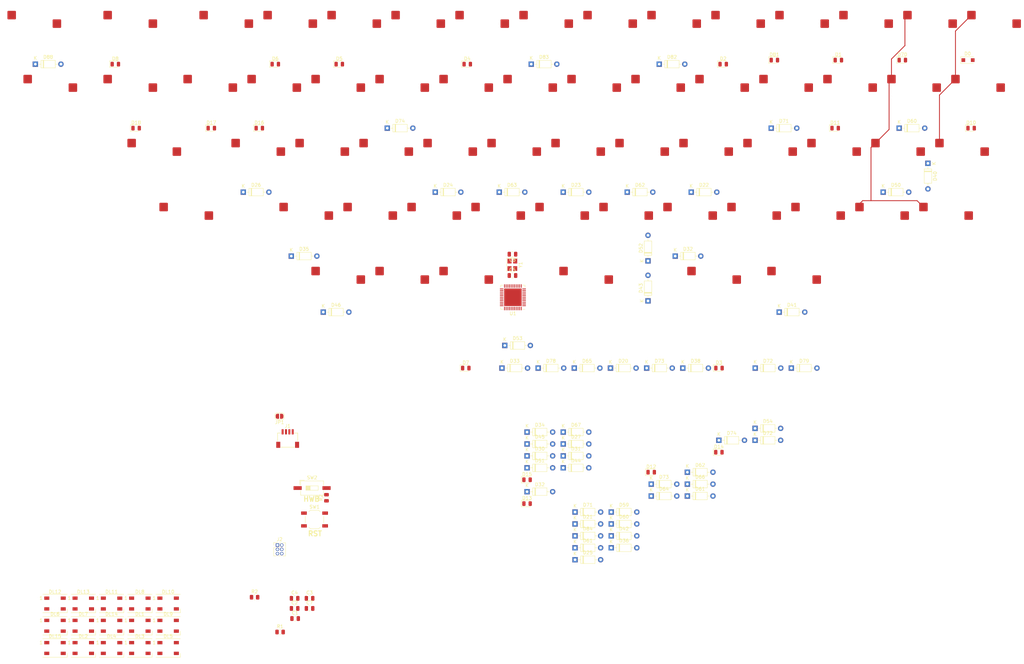
<source format=kicad_pcb>
(kicad_pcb (version 20211014) (generator pcbnew)
  (layers (0 "F.Cu" signal) (31 "B.Cu" signal) (34 "B.Paste" user) (35 "F.Paste" user) (36 "B.SilkS" user "B.Silkscreen") (37 "F.SilkS" user "F.Silkscreen") (38 "B.Mask" user) (39 "F.Mask" user) (44 "Edge.Cuts" user))
  (net 0 "")
  (net 2 "+5V")
  (net 3 "DP")
  (net 4 "GND")
  (net 5 "XTAL2")
  (net 6 "XTAL1")
  (net 7 "Net-(C7-Pad1)")
  (net 9 "RST")
  (net 10 "SCK")
  (net 12 "MOSI")
  (net 13 "MISO")
  (net 34 "DN")
  (net 35 "Net-(R2-Pad2)")
  (net 36 "Net-(SW2-Pad1)")
  (net 37 "ROW0")
  (net 38 "Net-(D1-Pad2)")
  (net 39 "ROW1")
  (net 40 "Net-(D0-Pad2)")
  (net 41 "Net-(D2-Pad2)")
  (net 42 "COL0")
  (net 43 "COL1")
  (net 44 "Net-(DL1-Pad2)")
  (net 45 "RGB")
  (net 46 "Net-(DL2-Pad2)")
  (net 47 "Net-(DL3-Pad2)")
  (net 48 "Net-(DL4-Pad2)")
  (net 49 "Net-(DL5-Pad2)")
  (net 50 "Net-(DL6-Pad2)")
  (net 51 "Net-(DL7-Pad2)")
  (net 52 "Net-(DL8-Pad2)")
  (net 53 "Net-(DL10-Pad4)")
  (net 54 "Net-(DL10-Pad2)")
  (net 55 "Net-(DL11-Pad2)")
  (net 56 "Net-(DL12-Pad2)")
  (net 57 "Net-(DL13-Pad2)")
  (net 58 "Net-(DL14-Pad2)")
  (net 60 "LED_PWR_P")
  (net 61 "Net-(D4-Pad2)")
  (net 62 "Net-(D5-Pad2)")
  (net 63 "Net-(D6-Pad2)")
  (net 64 "Net-(D8-Pad2)")
  (net 65 "ROW3")
  (net 66 "Net-(D12-Pad2)")
  (net 67 "Net-(D10-Pad2)")
  (net 68 "Net-(D11-Pad2)")
  (net 69 "ROW4")
  (net 70 "ROW2")
  (net 71 "Net-(D13-Pad2)")
  (net 72 "Net-(D14-Pad2)")
  (net 73 "Net-(D15-Pad2)")
  (net 74 "Net-(D16-Pad2)")
  (net 75 "Net-(D17-Pad2)")
  (net 76 "Net-(D18-Pad2)")
  (net 77 "Net-(D20-Pad2)")
  (net 78 "Net-(D21-Pad2)")
  (net 79 "ROW5")
  (net 80 "ROW6")
  (net 81 "ROW7")
  (net 82 "ROW8")
  (net 83 "Net-(D32-Pad2)")
  (net 84 "Net-(D22-Pad2)")
  (net 85 "Net-(D23-Pad2)")
  (net 86 "Net-(D40-Pad2)")
  (net 87 "Net-(D41-Pad2)")
  (net 88 "Net-(D42-Pad2)")
  (net 89 "Net-(D43-Pad2)")
  (net 90 "Net-(D44-Pad2)")
  (net 91 "Net-(D24-Pad2)")
  (net 92 "Net-(D46-Pad2)")
  (net 93 "Net-(D50-Pad2)")
  (net 94 "Net-(D25-Pad2)")
  (net 95 "Net-(D52-Pad2)")
  (net 96 "Net-(D53-Pad2)")
  (net 97 "Net-(D54-Pad2)")
  (net 98 "Net-(D26-Pad2)")
  (net 99 "Net-(D59-Pad2)")
  (net 100 "Net-(D60-Pad2)")
  (net 101 "Net-(D61-Pad2)")
  (net 102 "Net-(D62-Pad2)")
  (net 103 "Net-(D27-Pad2)")
  (net 104 "Net-(D64-Pad2)")
  (net 105 "Net-(D65-Pad2)")
  (net 106 "Net-(D66-Pad2)")
  (net 107 "Net-(D67-Pad2)")
  (net 108 "Net-(D70-Pad2)")
  (net 109 "Net-(D71-Pad2)")
  (net 110 "Net-(D72-Pad2)")
  (net 111 "Net-(D73-Pad2)")
  (net 112 "Net-(D74-Pad2)")
  (net 113 "Net-(D30-Pad2)")
  (net 114 "Net-(D78-Pad2)")
  (net 115 "Net-(D79-Pad2)")
  (net 116 "COL2")
  (net 117 "COL3")
  (net 118 "COL4")
  (net 119 "COL5")
  (net 120 "COL6")
  (net 121 "COL7")
  (net 122 "COL8")
  (net 123 "Net-(D45-Pad2)")
  (net 124 "Net-(D51-Pad2)")
  (net 125 "Net-(D63-Pad2)")
  (net 126 "Net-(D81-Pad2)")
  (net 127 "Net-(D82-Pad2)")
  (net 128 "Net-(D83-Pad2)")
  (net 129 "Net-(D84-Pad2)")
  (net 130 "Net-(D88-Pad2)")
  (net 131 "Net-(D3-Pad2)")
  (net 132 "Net-(D7-Pad2)")
  (net 133 "Net-(D31-Pad2)")
  (net 134 "Net-(D33-Pad2)")
  (net 135 "Net-(D34-Pad2)")
  (net 136 "Net-(D35-Pad2)")
  (net 137 "Net-(D36-Pad2)")
  (net 138 "Net-(D38-Pad2)")
  (footprint "Diode_SMD:D_0805_2012Metric" (layer "F.Cu") (at 177.165 42.8625)
    (fp_text reference "D5")
    (fp_text value "1N4148")
  )
  (footprint "acheron:MX200H" (layer "F.Cu") (at 114.3 33.3375)
    (fp_text reference "K8")
    (fp_text value "2u")
  )
  (footprint "Diode_THT:D_DO-35_SOD27_P7.62mm_Horizontal" (layer "F.Cu") (at 86.6775 42.8625)
    (fp_text reference "D88")
    (fp_text value "1N4148")
  )
  (footprint "Jumper:SolderJumper-2_P1.3mm_Open_RoundedPad1.0x1.5mm" (layer "F.Cu") (at 159.385 147.701 180)
    (fp_text reference "JP1")
    (fp_text value "LED_PWR")
  )
  (footprint "acheron:MX100H" (layer "F.Cu") (at 285.75 71.4375)
    (fp_text reference "K22")
    (fp_text value "1u")
  )
  (footprint "Diode_THT:D_DO-35_SOD27_P7.62mm_Horizontal" (layer "F.Cu") (at 258.1275 176.2125)
    (fp_text reference "D59")
    (fp_text value "1N4148")
  )
  (footprint "Diode_SMD:D_0805_2012Metric" (layer "F.Cu") (at 324.8025 61.9125)
    (fp_text reference "D11")
    (fp_text value "1N4148")
  )
  (footprint "acheron:MX100H" (layer "F.Cu") (at 352.425 33.3375)
    (fp_text reference "K70")
    (fp_text value "1u")
  )
  (footprint "acheron:MX100H" (layer "F.Cu") (at 276.225 33.3375)
    (fp_text reference "K82")
    (fp_text value "1u")
  )
  (footprint "Diode_THT:D_DO-35_SOD27_P7.62mm_Horizontal" (layer "F.Cu") (at 243.84 159.5)
    (fp_text reference "D31")
    (fp_text value "1N4148")
  )
  (footprint "Diode_THT:D_DO-35_SOD27_P7.62mm_Horizontal" (layer "F.Cu") (at 258.1275 179.7625)
    (fp_text reference "D60")
    (fp_text value "1N4148")
  )
  (footprint "acheron:MX125H" (layer "F.Cu") (at 311.94375 109.5375)
    (fp_text reference "K41")
    (fp_text value "1.25u")
  )
  (footprint "acheron:MX100H" (layer "F.Cu") (at 142.875 33.3375)
    (fp_text reference "K7")
    (fp_text value "1u")
  )
  (footprint "acheron:MX100H" (layer "F.Cu") (at 228.6 71.4375)
    (fp_text reference "K63")
    (fp_text value "1u")
  )
  (footprint "Diode_THT:D_DO-35_SOD27_P7.62mm_Horizontal" (layer "F.Cu") (at 308.13375 116.68125)
    (fp_text reference "D41")
    (fp_text value "1N4148")
  )
  (footprint "Diode_SMD:D_0805_2012Metric" (layer "F.Cu") (at 290.22 133.35)
    (fp_text reference "D3")
    (fp_text value "1N4148")
  )
  (footprint "Diode_THT:D_DO-35_SOD27_P7.62mm_Horizontal" (layer "F.Cu") (at 290.18375 154.85)
    (fp_text reference "D74")
    (fp_text value "1N4148")
  )
  (footprint "Diode_SMD:D_0805_2012Metric" (layer "F.Cu") (at 291.465 42.8625)
    (fp_text reference "D2")
    (fp_text value "1N4148")
  )
  (footprint "LED_SMD:LED_WS2812B_PLCC4_5.0x5.0mm_P3.2mm" (layer "F.Cu") (at 109.36625 210.07375)
    (fp_text reference "DL14")
    (fp_text value "WS2812B")
  )
  (footprint "LED_SMD:LED_WS2812B_PLCC4_5.0x5.0mm_P3.2mm" (layer "F.Cu") (at 117.78625 210.07375)
    (fp_text reference "DL1")
    (fp_text value "WS2812B")
  )
  (footprint "Diode_THT:D_DO-35_SOD27_P7.62mm_Horizontal" (layer "F.Cu") (at 226.441 126.619)
    (fp_text reference "D53")
    (fp_text value "1N4148")
  )
  (footprint "Diode_THT:D_DO-35_SOD27_P7.62mm_Horizontal" (layer "F.Cu") (at 243.84 163.05)
    (fp_text reference "D44")
    (fp_text value "1N4148")
  )
  (footprint "Diode_THT:D_DO-35_SOD27_P7.62mm_Horizontal" (layer "F.Cu") (at 300.95375 151.3)
    (fp_text reference "D54")
    (fp_text value "1N4148")
  )
  (footprint "Diode_SMD:D_0805_2012Metric" (layer "F.Cu") (at 153.3525 61.9125)
    (fp_text reference "D16")
    (fp_text value "1N4148")
  )
  (footprint "Diode_SMD:D_0805_2012Metric" (layer "F.Cu") (at 290.18375 158.4)
    (fp_text reference "D14")
    (fp_text value "1N4148")
  )
  (footprint "Resistor_SMD:R_0805_2012Metric" (layer "F.Cu") (at 151.94875 201.57125)
    (fp_text reference "R2")
    (fp_text value "1k")
  )
  (footprint "Diode_THT:D_DO-35_SOD27_P7.62mm_Horizontal" (layer "F.Cu") (at 257.91 133.35)
    (fp_text reference "D20")
    (fp_text value "1N4148")
  )
  (footprint "Diode_THT:D_DO-35_SOD27_P7.62mm_Horizontal" (layer "F.Cu") (at 280.80375 164.35)
    (fp_text reference "D62")
    (fp_text value "1N4148")
  )
  (footprint "acheron:MX100H" (layer "F.Cu") (at 280.9875 90.4875)
    (fp_text reference "K32")
    (fp_text value "1u")
  )
  (footprint "Diode_THT:D_DO-35_SOD27_P7.62mm_Horizontal" (layer "F.Cu") (at 233.07 159.5)
    (fp_text reference "D30")
    (fp_text value "1N4148")
  )
  (footprint "Capacitor_SMD:C_0805_2012Metric" (layer "F.Cu") (at 168.31375 201.90125)
    (fp_text reference "C3")
    (fp_text value "0.1u")
  )
  (footprint "acheron:MX100H" (layer "F.Cu") (at 366.7125 52.3875)
    (fp_text reference "K10")
    (fp_text value "1u")
  )
  (footprint "acheron:MX100H" (layer "F.Cu") (at 328.6125 52.3875)
    (fp_text reference "K11")
    (fp_text value "1u")
  )
  (footprint "acheron:MX225H" (layer "F.Cu") (at 121.44375 71.4375)
    (fp_text reference "K27")
    (fp_text value "2.25u")
  )
  (footprint "Diode_SMD:D_0805_2012Metric" (layer "F.Cu") (at 215.265 42.8625)
    (fp_text reference "D4")
    (fp_text value "1N4148")
  )
  (footprint "LED_SMD:LED_WS2812B_PLCC4_5.0x5.0mm_P3.2mm" (layer "F.Cu") (at 117.78625 216.69375)
    (fp_text reference "DL3")
    (fp_text value "WS2812B")
  )
  (footprint "acheron:MX125H" (layer "F.Cu") (at 288.13125 109.5375)
    (fp_text reference "K42")
    (fp_text value "1.25u")
  )
  (footprint "acheron:MX100H" (layer "F.Cu") (at 195.2625 109.5375)
    (fp_text reference "K45")
    (fp_text value "1u")
  )
  (footprint "acheron:MX100H" (layer "F.Cu") (at 290.5125 52.3875)
    (fp_text reference "K12")
    (fp_text value "1u")
  )
  (footprint "acheron:MX100H" (layer "F.Cu") (at 271.4625 52.3875)
    (fp_text reference "K72")
    (fp_text value "1u")
  )
  (footprint "Diode_SMD:D_0805_2012Metric" (layer "F.Cu") (at 306.705 41.656)
    (fp_text reference "D81")
    (fp_text value "1N4148")
  )
  (footprint "Diode_SMD:D_0805_2012Metric" (layer "F.Cu") (at 365.28375 61.9125)
    (fp_text reference "D10")
    (fp_text value "1N4148")
  )
  (footprint "Diode_THT:D_DO-35_SOD27_P7.62mm_Horizontal" (layer "F.Cu") (at 243.84 152.4)
    (fp_text reference "D67")
    (fp_text value "1N4148")
  )
  (footprint "acheron:MX100H" (layer "F.Cu") (at 204.7875 90.4875)
    (fp_text reference "K34")
    (fp_text value "1u")
  )
  (footprint "Diode_THT:D_DO-35_SOD27_P7.62mm_Horizontal" (layer "F.Cu") (at 339.09 80.9625)
    (fp_text reference "D50")
    (fp_text value "1N4148")
  )
  (footprint "Diode_THT:D_DO-35_SOD27_P7.62mm_Horizontal" (layer "F.Cu") (at 162.8775 100.0125)
    (fp_text reference "D35")
    (fp_text value "1N4148")
  )
  (footprint "Diode_THT:D_DO-35_SOD27_P7.62mm_Horizontal" (layer "F.Cu") (at 300.99 133.35)
    (fp_text reference "D72")
    (fp_text value "1N4148")
  )
  (footprint "Diode_THT:D_DO-35_SOD27_P7.62mm_Horizontal" (layer "F.Cu") (at 279.45 133.35)
    (fp_text reference "D38")
    (fp_text value "1N4148")
  )
  (footprint "acheron:MX100H" (layer "F.Cu") (at 252.4125 52.3875)
    (fp_text reference "K13")
    (fp_text value "1u")
  )
  (footprint "Diode_THT:D_DO-35_SOD27_P7.62mm_Horizontal" (layer "F.Cu") (at 352.425 72.39 -90)
    (fp_text reference "D40")
    (fp_text value "1N4148")
  )
  (footprint "Diode_SMD:D_0805_2012Metric" (layer "F.Cu") (at 158.115 42.8625)
    (fp_text reference "D6")
    (fp_text value "1N4148")
  )
  (footprint "random-keyboard-parts:JST-SR-4" (layer "F.Cu") (at 161.798 157.099)
    (fp_text reference "J1")
    (fp_text value "Conn_01x04")
  )
  (footprint "acheron:MX100H" (layer "F.Cu") (at 233.3625 52.3875)
    (fp_text reference "K73")
    (fp_text value "1u")
  )
  (footprint "acheron:MX100H" (layer "F.Cu") (at 314.325 33.3375)
    (fp_text reference "K81")
    (fp_text value "1u")
  )
  (footprint "acheron:MX100H" (layer "F.Cu") (at 195.2625 52.3875)
    (fp_text reference "K74")
    (fp_text value "1u")
  )
  (footprint "acheron:MX100H" (layer "F.Cu") (at 338.1375 90.4875)
    (fp_text reference "K40")
    (fp_text value "1u")
  )
  (footprint "acheron:MX100H" (layer "F.Cu") (at 261.9375 90.4875)
    (fp_text reference "K52")
    (fp_text value "1u")
  )
  (footprint "acheron:MX100H" (layer "F.Cu") (at 157.1625 52.3875)
    (fp_text reference "K16")
    (fp_text value "1u")
  )
  (footprint "acheron:MX100H" (layer "F.Cu") (at 347.6625 52.3875)
    (fp_text reference "K60")
    (fp_text value "1u")
  )
  (footprint "Diode_THT:D_DO-35_SOD27_P7.62mm_Horizontal" (layer "F.Cu") (at 247.3575 190.4125)
    (fp_text reference "D25")
    (fp_text value "1N4148")
  )
  (footprint "Diode_THT:D_DO-35_SOD27_P7.62mm_Horizontal" (layer "F.Cu") (at 272.415 42.8625)
    (fp_text reference "D82")
    (fp_text value "1N4148")
  )
  (footprint "Diode_SMD:D_0805_2012Metric" (layer "F.Cu") (at 110.49 42.8625)
    (fp_text reference "D8")
    (fp_text value "1N4148")
  )
  (footprint "LED_SMD:LED_WS2812B_PLCC4_5.0x5.0mm_P3.2mm" (layer "F.Cu") (at 92.52625 216.69375)
    (fp_text reference "DL15")
    (fp_text value "WS2812B")
  )
  (footprint "Diode_SMD:D_0805_2012Metric" (layer "F.Cu") (at 116.68125 61.9125)
    (fp_text reference "D18")
    (fp_text value "1N4148")
  )
  (footprint "acheron:MX100H" (layer "F.Cu") (at 247.65 71.4375)
    (fp_text reference "K23")
    (fp_text value "1u")
  )
  (footprint "Diode_THT:D_DO-35_SOD27_P7.62mm_Horizontal" (layer "F.Cu") (at 233.07 152.4)
    (fp_text reference "D34")
    (fp_text value "1N4148")
  )
  (footprint "LED_SMD:LED_WS2812B_PLCC4_5.0x5.0mm_P3.2mm" (layer "F.Cu") (at 92.52625 203.45375)
    (fp_text reference "DL12")
    (fp_text value "WS2812B")
  )
  (footprint "LED_SMD:LED_WS2812B_PLCC4_5.0x5.0mm_P3.2mm" (layer "F.Cu") (at 100.94625 216.69375)
    (fp_text reference "DL2")
    (fp_text value "WS2812B")
  )
  (footprint "acheron:MX100H" (layer "F.Cu") (at 209.55 71.4375)
    (fp_text reference "K24")
    (fp_text value "1u")
  )
  (footprint "acheron:MX275HR" (layer "F.Cu") (at 250.03125 109.5375)
    (fp_text reference "K43")
    (fp_text value "2.75u")
  )
  (footprint "acheron:MX100H" (layer "F.Cu") (at 257.175 33.3375)
    (fp_text reference "K3")
    (fp_text value "1u")
  )
  (footprint "Capacitor_SMD:C_0805_2012Metric" (layer "F.Cu") (at 163.86375 201.90125)
    (fp_text reference "C4")
    (fp_text value "10u")
  )
  (footprint "Diode_THT:D_DO-35_SOD27_P7.62mm_Horizontal" (layer "F.Cu") (at 234.315 42.8625)
    (fp_text reference "D83")
    (fp_text value "1N4148")
  )
  (footprint "Diode_SMD:D_SOD-123F" (layer "F.Cu") (at 364.363 41.656)
    (fp_text reference "D0")
    (fp_text value "1N4148")
  )
  (footprint "acheron:MX100H" (layer "F.Cu") (at 238.125 33.3375)
    (fp_text reference "K83")
    (fp_text value "1u")
  )
  (footprint "LED_SMD:LED_WS2812B_PLCC4_5.0x5.0mm_P3.2mm" (layer "F.Cu") (at 117.78625 203.45375)
    (fp_text reference "DL8")
    (fp_text value "WS2812B")
  )
  (footprint "Diode_THT:D_DO-35_SOD27_P7.62mm_Horizontal" (layer "F.Cu") (at 233.07 170.15)
    (fp_text reference "D32")
    (fp_text value "1N4148")
  )
  (footprint "acheron:MX100H" (layer "F.Cu") (at 304.8 71.4375)
    (fp_text reference "K61")
    (fp_text value "1u")
  )
  (footprint "Diode_SMD:D_0805_2012Metric" (layer "F.Cu") (at 139.065 61.9125)
    (fp_text reference "D17")
    (fp_text value "1N4148")
  )
  (footprint "LED_SMD:LED_WS2812B_PLCC4_5.0x5.0mm_P3.2mm" (layer "F.Cu") (at 100.94625 203.45375)
    (fp_text reference "DL13")
    (fp_text value "WS2812B")
  )
  (footprint "acheron:MX100H" (layer "F.Cu") (at 357.1875 90.4875)
    (fp_text reference "K30")
    (fp_text value "1u")
  )
  (footprint "Diode_THT:D_DO-35_SOD27_P7.62mm_Horizontal" (layer "F.Cu") (at 247.14 133.35)
    (fp_text reference "D65")
    (fp_text value "1N4148")
  )
  (footprint "Diode_SMD:D_0805_2012Metric" (layer "F.Cu") (at 214.83 133.35)
    (fp_text reference "D7")
    (fp_text value "1N4148")
  )
  (footprint "Diode_THT:D_DO-35_SOD27_P7.62mm_Horizontal" (layer "F.Cu") (at 247.3575 183.3125)
    (fp_text reference "D84")
    (fp_text value "1N4148")
  )
  (footprint "acheron:MX100H" (layer "F.Cu") (at 319.0875 90.4875)
    (fp_text reference "K31")
    (fp_text value "1u")
  )
  (footprint "Diode_SMD:D_0805_2012Metric" (layer "F.Cu") (at 233.07 166.6)
    (fp_text reference "D15")
    (fp_text value "1N4148")
  )
  (footprint "Diode_THT:D_DO-35_SOD27_P7.62mm_Horizontal" (layer "F.Cu") (at 270.03375 167.9)
    (fp_text reference "D73")
    (fp_text value "1N4148")
  )
  (footprint "acheron:MX100H" (layer "F.Cu") (at 176.2125 109.5375)
    (fp_text reference "K46")
    (fp_text value "1u")
  )
  (footprint "Diode_THT:D_DO-35_SOD27_P7.62mm_Horizontal" (layer "F.Cu") (at 148.59 80.9625)
    (fp_text reference "D26")
    (fp_text value "1N4148")
  )
  (footprint "Diode_THT:D_DO-35_SOD27_P7.62mm_Horizontal" (layer "F.Cu") (at 247.3575 179.7625)
    (fp_text reference "D21")
    (fp_text value "1N4148")
  )
  (footprint "Diode_THT:D_DO-35_SOD27_P7.62mm_Horizontal" (layer "F.Cu") (at 224.79 80.9625)
    (fp_text reference "D63")
    (fp_text value "1N4148")
  )
  (footprint "LED_SMD:LED_WS2812B_PLCC4_5.0x5.0mm_P3.2mm" (layer "F.Cu") (at 100.94625 210.07375)
    (fp_text reference "DL7")
    (fp_text value "WS2812B")
  )
  (footprint "Connector_PinHeader_1.27mm:PinHeader_2x03_P1.27mm_Vertical" (layer "F.Cu") (at 158.76 186.05)
    (fp_text reference "J2")
    (fp_text value "AVR-ISP-6")
  )
  (footprint "acheron:MX275H" (layer "F.Cu") (at 130.96875 90.4875)
    (fp_text reference "K36")
    (fp_text value "2.75u")
  )
  (footprint "Diode_THT:D_DO-35_SOD27_P7.62mm_Horizontal" (layer "F.Cu") (at 243.84 155.95)
    (fp_text reference "D27")
    (fp_text value "1N4148")
  )
  (footprint "Diode_THT:D_DO-35_SOD27_P7.62mm_Horizontal" (layer "F.Cu") (at 300.95375 154.85)
    (fp_text reference "D72")
    (fp_text value "1N4148")
  )
  (footprint "Diode_THT:D_DO-35_SOD27_P7.62mm_Horizontal" (layer "F.Cu") (at 233.07 163.05)
    (fp_text reference "D51")
    (fp_text value "1N4148")
  )
  (footprint "acheron:MX100H" (layer "F.Cu") (at 295.275 33.3375)
    (fp_text reference "K2")
    (fp_text value "1u")
  )
  (footprint "Diode_SMD:D_0805_2012Metric" (layer "F.Cu") (at 325.755 41.656)
    (fp_text reference "D1")
    (fp_text value "1N4148")
  )
  (footprint "acheron:MX100H" (layer "F.Cu") (at 333.375 33.3375)
    (fp_text reference "K1")
    (fp_text value "1u")
  )
  (footprint "acheron:MX100H" (layer "F.Cu") (at 152.4 71.4375)
    (fp_text reference "K26")
    (fp_text value "1u")
  )
  (footprint "acheron:MX100H" (layer "F.Cu") (at 214.3125 109.5375)
    (fp_text reference "K44")
    (fp_text value "1u")
  )
  (footprint "Capacitor_SMD:C_0805_2012Metric" (layer "F.Cu") (at 228.727 105.791)
    (fp_text reference "C5")
    (fp_text value "22p")
  )
  (footprint "LED_SMD:LED_WS2812B_PLCC4_5.0x5.0mm_P3.2mm" (layer "F.Cu") (at 92.52625 210.07375)
    (fp_text reference "DL6")
    (fp_text value "WS2812B")
  )
  (footprint "Diode_THT:D_DO-35_SOD27_P7.62mm_Horizontal" (layer "F.Cu") (at 281.94 80.9625)
    (fp_text reference "D22")
    (fp_text value "1N4148")
  )
  (footprint "Diode_THT:D_DO-35_SOD27_P7.62mm_Horizontal" (layer "F.Cu") (at 205.74 80.9625)
    (fp_text reference "D24")
    (fp_text value "1N4148")
  )
  (footprint "acheron:MX100H" (layer "F.Cu") (at 90.4875 52.3875)
    (fp_text reference "K38")
    (fp_text value "1u")
  )
  (footprint "acheron:MX100H" (layer "F.Cu") (at 185.7375 90.4875)
    (fp_text reference "K54")
    (fp_text value "1u")
  )
  (footprint "Diode_THT:D_DO-35_SOD27_P7.62mm_Horizontal" (layer "F.Cu") (at 225.6 133.35)
    (fp_text reference "D33")
    (fp_text value "1N4148")
  )
  (footprint "Package_DFN_QFN:QFN-44-1EP_7x7mm_P0.5mm_EP5.2x5.2mm" (layer "F.Cu") (at 228.854 112.268 180)
    (fp_text reference "U1")
    (fp_text value "ATmega32U4-M")
  )
  (footprint "acheron:MX100H" (layer "F.Cu") (at 300.0375 90.4875)
    (fp_text reference "K51")
    (fp_text value "1u")
  )
  (footprint "acheron:MX100H" (layer "F.Cu") (at 223.8375 90.4875)
    (fp_text reference "K53")
    (fp_text value "1u")
  )
  (footprint "acheron:MX100H" (layer "F.Cu") (at 85.725 33.3375)
    (fp_text reference "K88")
    (fp_text value "1u")
  )
  (footprint "acheron:MX100H" (layer "F.Cu") (at 323.85 71.4375)
    (fp_text reference "K21")
    (fp_text value "1u")
  )
  (footprint "acheron:MX100H" (layer "F.Cu") (at 176.2125 52.3875)
    (fp_text reference "K15")
    (fp_text value "1u")
  )
  (footprint "LED_SMD:LED_WS2812B_PLCC4_5.0x5.0mm_P3.2mm" (layer "F.Cu") (at 126.20625 210.07375)
    (fp_text reference "DL9")
    (fp_text value "WS2812B")
  )
  (footprint "Capacitor_SMD:C_0805_2012Metric" (layer "F.Cu") (at 163.86375 204.91125)
    (fp_text reference "C2")
    (fp_text value "0.1u")
  )
  (footprint "Diode_THT:D_DO-35_SOD27_P7.62mm_Horizontal" (layer "F.Cu") (at 269.08125 113.3475 90)
    (fp_text reference "D43")
    (fp_text value "1N4148")
  )
  (footprint "Diode_SMD:D_0805_2012Metric" (layer "F.Cu") (at 233.07 173.7)
    (fp_text reference "D13")
    (fp_text value "1N4148")
  )
  (footprint "LED_SMD:LED_WS2812B_PLCC4_5.0x5.0mm_P3.2mm" (layer "F.Cu") (at 109.36625 216.69375)
    (fp_text reference "DL4")
    (fp_text value "WS2812B")
  )
  (footprint "Button_Switch_SMD:SW_DIP_SPSTx01_Slide_6.7x4.1mm_W8.61mm_P2.54mm_LowProfile" (layer "F.Cu") (at 169.06875 169.06875)
    (fp_text reference "SW2")
    (fp_text value "HWB")
  )
  (footprint "acheron:MX100H" (layer "F.Cu") (at 190.5 71.4375)
    (fp_text reference "K64")
    (fp_text value "1u")
  )
  (footprint "Diode_THT:D_DO-35_SOD27_P7.62mm_Horizontal" (layer "F.Cu") (at 258.1275 183.3125)
    (fp_text reference "D42")
    (fp_text value "1N4148")
  )
  (footprint "Capacitor_SMD:C_0805_2012Metric" (layer "F.Cu") (at 168.31375 204.91125)
    (fp_text reference "C7")
    (fp_text value "1u")
  )
  (footprint "acheron:MX100H" (layer "F.Cu") (at 161.925 33.3375)
    (fp_text reference "K6")
    (fp_text value "1u")
  )
  (footprint "Resistor_SMD:R_0805_2012Metric" (layer "F.Cu") (at 159.54375 211.93125)
    (fp_text reference "R1")
    (fp_text value "10k")
  )
  (footprint "acheron:MX100H" (layer "F.Cu") (at 242.8875 90.4875)
    (fp_text reference "K33")
    (fp_text value "1u")
  )
  (footprint "Diode_THT:D_DO-35_SOD27_P7.62mm_Horizontal" (layer "F.Cu") (at 172.4025 116.68125)
    (fp_text reference "D46")
    (fp_text value "1N4148")
  )
  (footprint "LED_SMD:LED_WS2812B_PLCC4_5.0x5.0mm_P3.2mm" (layer "F.Cu") (at 109.36625 203.45375)
    (fp_text reference "DL11")
    (fp_text value "WS2812B")
  )
  (footprint "acheron:MX100H" (layer "F.Cu") (at 166.6875 90.4875)
    (fp_text reference "K35")
    (fp_text value "1u")
  )
  (footprint "acheron:MX150H" (layer "F.Cu") (at 114.3 52.3875)
    (fp_text reference "K18")
    (fp_text value "1.5u")
  )
  (footprint "LED_SMD:LED_WS2812B_PLCC4_5.0x5.0mm_P3.2mm" (layer "F.Cu") (at 126.20625 216.69375)
    (fp_text reference "DL5")
    (fp_text value "WS2812B")
  )
  (footprint "acheron:MX100H" (layer "F.Cu") (at 214.3125 52.3875)
    (fp_text reference "K14")
    (fp_text value "1u")
  )
  (footprint "LED_SMD:LED_WS2812B_PLCC4_5.0x5.0mm_P3.2mm" (layer "F.Cu") (at 126.20625 203.45375)
    (fp_text reference "DL10")
    (fp_text value "WS2812B")
  )
  (footprint "Diode_THT:D_DO-35_SOD27_P7.62mm_Horizontal" (layer "F.Cu") (at 191.4525 61.9125)
    (fp_text reference "D74")
    (fp_text value "1N4148")
  )
  (footprint "Diode_THT:D_DO-35_SOD27_P7.62mm_Horizontal" (layer "F.Cu") (at 280.80375 167.9)
    (fp_text reference "D66")
    (fp_text value "1N4148")
  )
  (footprint "Diode_THT:D_DO-35_SOD27_P7.62mm_Horizontal" (layer "F.Cu") (at 243.84 80.9625)
    (fp_text reference "D23")
    (fp_text value "1N4148")
  )
  (footprint "acheron:MX100H" (layer "F.Cu") (at 266.7 71.4375)
    (fp_text reference "K62")
    (fp_text value "1u")
  )
  (footprint "Diode_THT:D_DO-35_SOD27_P7.62mm_Horizontal" (layer "F.Cu") (at 236.37 133.35)
    (fp_text reference "D78")
    (fp_text value "1N4148")
  )
  (footprint "Diode_THT:D_DO-35_SOD27_P7.62mm_Horizontal" (layer "F.Cu") (at 270.03375 171.45)
    (fp_text reference "D64")
    (fp_text value "1N4148")
  )
  (footprint "Diode_THT:D_DO-35_SOD27_P7.62mm_Horizontal" (layer "F.Cu") (at 305.7525 61.9125)
    (fp_text reference "D71")
    (fp_text value "1N4148")
  )
  (footprint "Diode_THT:D_DO-35_SOD27_P7.62mm_Horizontal" (layer "F.Cu") (at 343.8525 61.9125)
    (fp_text reference "D60")
    (fp_text value "1N4148")
  )
  (footprint "Diode_THT:D_DO-35_SOD27_P7.62mm_Horizontal" (layer "F.Cu") (at 280.80375 171.45)
    (fp_text reference "D61")
    (fp_text value "1N4148")
  )
  (footprint "acheron:MX100H" (layer "F.Cu") (at 180.975 33.3375)
    (fp_text reference "K5")
    (fp_text value "1u")
  )
  (footprint "acheron:MX100H" (layer "F.Cu") (at 219.075 33.3375)
    (fp_text reference "K4")
    (fp_text value "1u")
  )
  (footprint "Button_Switch_SMD:SW_SPST_TL3342" (layer "F.Cu") (at 169.799 178.435)
    (fp_text reference "SW1")
    (fp_text value "Reset")
  )
  (footprint "acheron:MX100H" (layer "F.Cu") (at 138.1125 52.3875)
    (fp_text reference "K17")
    (fp_text value "1u")
  )
  (footprint "Diode_THT:D_DO-35_SOD27_P7.62mm_Horizontal" (layer "F.Cu") (at 233.07 155.95)
    (fp_text reference "D45")
    (fp_text value "1N4148")
  )
  (footprint "Crystal:Crystal_SMD_3225-4Pin_3.2x2.5mm" (layer "F.Cu") (at 228.69525 102.616 -90)
    (fp_text reference "Y1")
    (fp_text value "16MHz")
  )
  (footprint "Diode_SMD:D_0805_2012Metric" (layer "F.Cu") (at 344.805 41.656)
    (fp_text reference "D70")
    (fp_text value "1N4148")
  )
  (footprint "Diode_THT:D_DO-35_SOD27_P7.62mm_Horizontal" (layer "F.Cu") (at 269.08125 101.44125 90)
    (fp_text reference "D52")
    (fp_text value "1N4148")
  )
  (footprint "acheron:MX100H" (layer "F.Cu") (at 342.9 71.4375)
    (fp_text reference "K50")
    (fp_text value "1u")
  )
  (footprint "Diode_THT:D_DO-35_SOD27_P7.62mm_Horizontal" (layer "F.Cu") (at 262.89 80.9625)
    (fp_text reference "D62")
    (fp_text value "1N4148")
  )
  (footprint "acheron:MX100H" (layer "F.Cu") (at 200.025 33.3375)
    (fp_text reference "K84")
    (fp_text value "1u")
  )
  (footprint "Diode_THT:D_DO-35_SOD27_P7.62mm_Horizontal" (layer "F.Cu") (at 247.3575 186.8625)
    (fp_text reference "D61")
    (fp_text value "1N4148")
  )
  (footprint "Diode_THT:D_DO-35_SOD27_P7.62mm_Horizontal" (layer "F.Cu") (at 311.76 133.35)
    (fp_text reference "D79")
    (fp_text value "1N4148")
  )
  (footprint "acheron:MX100H" (layer "F.Cu") (at 171.45 71.4375)
    (fp_text reference "K25")
    (fp_text value "1u")
  )
  (footprint "acheron:MX100H" (layer "F.Cu") (at 309.5625 52.3875)
    (fp_text reference "K71")
    (fp_text value "1u")
  )
  (footprint "Diode_THT:D_DO-35_SOD27_P7.62mm_Horizontal" (layer "F.Cu") (at 258.1275 186.8625)
    (fp_text reference "D36")
    (fp_text value "1N4148")
  )
  (footprint "Diode_SMD:D_0805_2012Metric" (layer "F.Cu") (at 270.03375 164.35)
    (fp_text reference "D12")
    (fp_text value "1N4148")
  )
  (footprint "Resistor_SMD:R_0805_2012Metric" (layer "F.Cu") (at 173.355 171.958 90)
    (fp_text reference "R2")
    (fp_text value "10k")
  )
  (footprint "acheron:MX100H" (layer "F.Cu") (at 371.475 33.3375)
    (fp_text reference "K0")
    (fp_text value "1u")
  )
  (footprint "Capacitor_SMD:C_0805_2012Metric" (layer "F.Cu") (at 164.01375 207.92125)
    (fp_text reference "C1")
    (fp_text value "0.1u")
  )
  (footprint "Diode_THT:D_DO-35_SOD27_P7.62mm_Horizontal" (layer "F.Cu") (at 277.1775 100.0125)
    (fp_text reference "D32")
    (fp_text value "1N4148")
  )
  (footprint "Diode_THT:D_DO-35_SOD27_P7.62mm_Horizontal" (layer "F.Cu") (at 268.68 133.35)
    (fp_text reference "D73")
    (fp_text value "1N4148")
  )
  (footprint "acheron:MX100H" (layer "F.Cu") (at 361.95 71.4375)
    (fp_text reference "K20")
    (fp_text value "1u")
  )
  (footprint "Diode_THT:D_DO-35_SOD27_P7.62mm_Horizontal" (layer "F.Cu") (at 247.3575 176.2125)
    (fp_text reference "D71")
    (fp_text value "1N4148")
  )
  (footprint "Capacitor_SMD:C_0805_2012Metric" (layer "F.Cu") (at 228.727 99.441 180)
    (fp_text reference "C6")
    (fp_text value "22p")
  )
  (gr_text "HWB" (at 168.91 172.339) (layer "F.SilkS") (effects (font (size 1.5 1.5) (thickness 0.3))))
  (gr_text "RST" (at 169.926 182.626) (layer "F.SilkS") (effects (font (size 1.5 1.5) (thickness 0.3))))
  (segment (start 340.868 48.006) (end 341.5665 47.3075) (width 0.254) (layer "F.Cu") (net 42))
  (segment (start 360.6165 33.02) (end 360.6165 47.3075) (width 0.254) (layer "F.Cu") (net 42))
  (segment (start 335.474499 67.687001) (end 335.474499 83.506499) (width 0.254) (layer "F.Cu") (net 42))
  (segment (start 341.5665 41.3385) (end 345.567 37.338) (width 0.254) (layer "F.Cu") (net 42))
  (segment (start 341.5665 47.3075) (end 341.5665 41.3385) (width 0.254) (layer "F.Cu") (net 42))
  (segment (start 351.0915 85.4075) (end 349.190499 83.506499) (width 0.254) (layer "F.Cu") (net 42))
  (segment (start 332.994 83.506499) (end 332.0415 84.458999) (width 0.254) (layer "F.Cu") (net 42))
  (segment (start 336.804 66.3575) (end 335.474499 67.687001) (width 0.254) (layer "F.Cu") (net 42))
  (segment (start 332.0415 84.458999) (end 332.0415 85.4075) (width 0.254) (layer "F.Cu") (net 42))
  (segment (start 340.868 62.2935) (end 340.868 48.006) (width 0.254) (layer "F.Cu") (net 42))
  (segment (start 365.379 28.2575) (end 360.6165 33.02) (width 0.254) (layer "F.Cu") (net 42))
  (segment (start 349.190499 83.506499) (end 335.474499 83.506499) (width 0.254) (layer "F.Cu") (net 42))
  (segment (start 336.804 66.3575) (end 340.868 62.2935) (width 0.254) (layer "F.Cu") (net 42))
  (segment (start 360.6165 47.3075) (end 355.854 52.07) (width 0.254) (layer "F.Cu") (net 42))
  (segment (start 345.567 29.0195) (end 346.329 28.2575) (width 0.254) (layer "F.Cu") (net 42))
  (segment (start 345.567 37.338) (end 345.567 29.0195) (width 0.254) (layer "F.Cu") (net 42))
  (segment (start 335.474499 83.506499) (end 332.994 83.506499) (width 0.254) (layer "F.Cu") (net 42))
  (segment (start 355.854 52.07) (end 355.854 66.3575) (width 0.254) (layer "F.Cu") (net 42))
)
</source>
